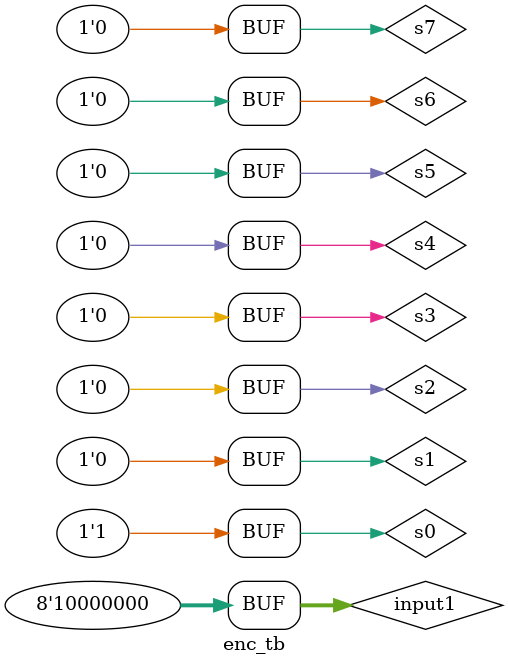
<source format=v>
`timescale 1ps/1ps

module encoder(in0, in1, in2, in3, in4, in5, in6, in7, res);
    input in0, in1, in2, in3, in4, in5, in6, in7;
    output [2:0] res;

    wire in0bar, in1bar, in2bar;

    assign in0bar = ~in0;
    assign in1bar = ~in1;
    assign in2bar = ~in2;

    or o0(res[2],in0, in1, in2, in3);
    or o1(res[1],in0, in1, in4, in5);
    or o2(res[0],in0, in2, in4, in6);


endmodule


module enc_tb;
  reg s0, s1, s2, s3, s4, s5, s6, s7;
  wire [2:0] res;
  wire [7:0]input1;

	encoder en(s0, s1, s2, s3, s4, s5, s6, s7, res);
    assign input1 = {s0,s1,s2,s3,s4,s5,s6,s7};
	initial begin

	#0  s0=1'b0; s1=1'b0; s2=1'b0; s3=1'b0; s4=1'b0; s5=1'b0; s6=1'b0; s7=1'b1;
    #1  s0=1'b0; s1=1'b0; s2=1'b0; s3=1'b0; s4=1'b0; s5=1'b0; s6=1'b1; s7=1'b0;
    #1  s0=1'b0; s1=1'b0; s2=1'b0; s3=1'b0; s4=1'b0; s5=1'b1; s6=1'b0; s7=1'b0;
    #1  s0=1'b0; s1=1'b0; s2=1'b0; s3=1'b0; s4=1'b1; s5=1'b0; s6=1'b0; s7=1'b0;
    #1  s0=1'b0; s1=1'b0; s2=1'b0; s3=1'b1; s4=1'b0; s5=1'b0; s6=1'b0; s7=1'b0;
    #1  s0=1'b0; s1=1'b0; s2=1'b1; s3=1'b0; s4=1'b0; s5=1'b0; s6=1'b0; s7=1'b0;
    #1  s0=1'b0; s1=1'b1; s2=1'b0; s3=1'b0; s4=1'b0; s5=1'b0; s6=1'b0; s7=1'b0;
    #1  s0=1'b1; s1=1'b0; s2=1'b0; s3=1'b0; s4=1'b0; s5=1'b0; s6=1'b0; s7=1'b0;

	end

	initial begin

    $dumpfile("q4.vcd");
    $dumpvars(0,enc_tb);
	$monitor("%d\t %b%b%b%b%b%b%b%b\t %b ",$time,s0, s1, s2, s3, s4, s5, s6, s7, res);

	end
endmodule

</source>
